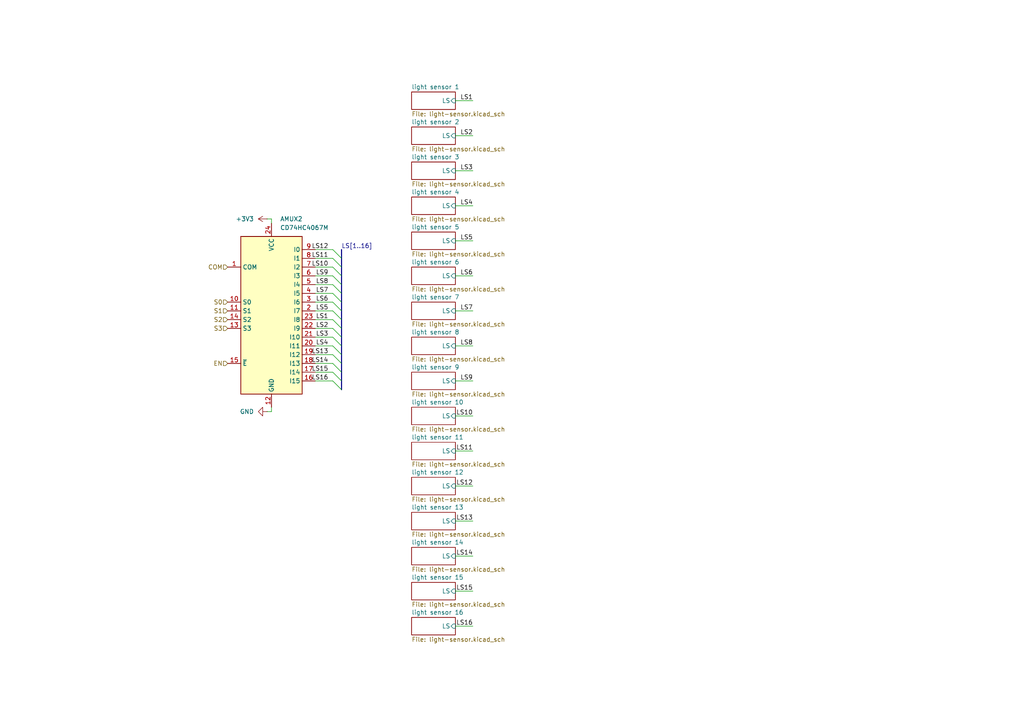
<source format=kicad_sch>
(kicad_sch (version 20231120) (generator "eeschema") (generator_version "8.0")
  (paper "A4")
  (lib_symbols
    (symbol "74xx:CD74HC4067M"
      (property "Reference" "U" (at -8.89 22.86 0))
      (property "Value" "CD74HC4067M" (at 1.27 22.86 0))
      (symbol "CD74HC4067M_0_1"
        (rectangle (start -8.89 21.59) (end 8.89 -24.13) (stroke (width 0.254)) (fill (type background)))
      )
      (symbol "CD74HC4067M_1_1"
        (pin passive line (at -12.7 12.7 0) (length 3.81) (name "COM") (number "1"))
        (pin input line (at -12.7 2.54 0) (length 3.81) (name "S0") (number "10"))
        (pin input line (at -12.7 0 0) (length 3.81) (name "S1") (number "11"))
        (pin power_in line (at 0 -27.94 90) (length 3.81) (name "GND") (number "12"))
        (pin input line (at -12.7 -5.08 0) (length 3.81) (name "S3") (number "13"))
        (pin input line (at -12.7 -2.54 0) (length 3.81) (name "S2") (number "14"))
        (pin input line (at -12.7 -15.24 0) (length 3.81) (name "~{E}") (number "15"))
        (pin passive line (at 12.7 -20.32 180) (length 3.81) (name "I15") (number "16"))
        (pin passive line (at 12.7 -17.78 180) (length 3.81) (name "I14") (number "17"))
        (pin passive line (at 12.7 -15.24 180) (length 3.81) (name "I13") (number "18"))
        (pin passive line (at 12.7 -12.7 180) (length 3.81) (name "I12") (number "19"))
        (pin passive line (at 12.7 0 180) (length 3.81) (name "I7") (number "2"))
        (pin passive line (at 12.7 -10.16 180) (length 3.81) (name "I11") (number "20"))
        (pin passive line (at 12.7 -7.62 180) (length 3.81) (name "I10") (number "21"))
        (pin passive line (at 12.7 -5.08 180) (length 3.81) (name "I9") (number "22"))
        (pin passive line (at 12.7 -2.54 180) (length 3.81) (name "I8") (number "23"))
        (pin power_in line (at 0 25.4 270) (length 3.81) (name "VCC") (number "24"))
        (pin passive line (at 12.7 2.54 180) (length 3.81) (name "I6") (number "3"))
        (pin passive line (at 12.7 5.08 180) (length 3.81) (name "I5") (number "4"))
        (pin passive line (at 12.7 7.62 180) (length 3.81) (name "I4") (number "5"))
        (pin passive line (at 12.7 10.16 180) (length 3.81) (name "I3") (number "6"))
        (pin passive line (at 12.7 12.7 180) (length 3.81) (name "I2") (number "7"))
        (pin passive line (at 12.7 15.24 180) (length 3.81) (name "I1") (number "8"))
        (pin passive line (at 12.7 17.78 180) (length 3.81) (name "I0") (number "9"))
      )
    )
    (symbol "power:+3.3V" (power) (pin_numbers hide) (pin_names (offset 0) hide)
      (property "Value" "+3.3V" (at 0 3.556 0))
      (symbol "+3.3V_0_1"
        (polyline (pts (xy -0.762 1.27) (xy 0 2.54)))
        (polyline (pts (xy 0 0) (xy 0 2.54)))
        (polyline (pts (xy 0 2.54) (xy 0.762 1.27)))
      )
      (symbol "+3.3V_1_1"
        (pin power_in line (at 0 0 90) (length 0) (name "~") (number "1"))
      )
    )
    (symbol "power:GND" (power) (pin_numbers hide) (pin_names (offset 0) hide)
      (property "Value" "GND" (at 0 -3.81 0))
      (symbol "GND_0_1"
        (polyline (pts (xy 0 0) (xy 0 -1.27) (xy 1.27 -1.27) (xy 0 -2.54) (xy -1.27 -1.27) (xy 0 -1.27)))
      )
      (symbol "GND_1_1"
        (pin power_in line (at 0 0 270) (length 0) (name "~") (number "1"))
      )
    )
  )
  (bus_entry (at 96.52 102.87) (size 2.54 2.54))
  (bus_entry (at 96.52 105.41) (size 2.54 2.54))
  (bus_entry (at 96.52 110.49) (size 2.54 2.54))
  (bus_entry (at 96.52 97.79) (size 2.54 2.54))
  (bus_entry (at 96.52 92.71) (size 2.54 2.54))
  (bus_entry (at 96.52 74.93) (size 2.54 2.54))
  (bus_entry (at 96.52 82.55) (size 2.54 2.54))
  (bus_entry (at 96.52 72.39) (size 2.54 2.54))
  (bus_entry (at 96.52 85.09) (size 2.54 2.54))
  (bus_entry (at 96.52 80.01) (size 2.54 2.54))
  (bus_entry (at 96.52 107.95) (size 2.54 2.54))
  (bus_entry (at 96.52 100.33) (size 2.54 2.54))
  (bus_entry (at 96.52 95.25) (size 2.54 2.54))
  (bus_entry (at 96.52 77.47) (size 2.54 2.54))
  (bus_entry (at 96.52 87.63) (size 2.54 2.54))
  (bus_entry (at 96.52 90.17) (size 2.54 2.54))
  (bus (pts (xy 99.06 97.79) (xy 99.06 100.33)))
  (bus (pts (xy 99.06 102.87) (xy 99.06 105.41)))
  (wire (pts (xy 91.44 95.25) (xy 96.52 95.25)))
  (bus (pts (xy 99.06 100.33) (xy 99.06 102.87)))
  (wire (pts (xy 132.08 69.85) (xy 137.16 69.85)))
  (wire (pts (xy 132.08 90.17) (xy 137.16 90.17)))
  (wire (pts (xy 132.08 29.21) (xy 137.16 29.21)))
  (wire (pts (xy 132.08 171.45) (xy 137.16 171.45)))
  (wire (pts (xy 91.44 102.87) (xy 96.52 102.87)))
  (wire (pts (xy 132.08 110.49) (xy 137.16 110.49)))
  (wire (pts (xy 91.44 92.71) (xy 96.52 92.71)))
  (wire (pts (xy 91.44 100.33) (xy 96.52 100.33)))
  (bus (pts (xy 99.06 95.25) (xy 99.06 97.79)))
  (wire (pts (xy 132.08 49.53) (xy 137.16 49.53)))
  (bus (pts (xy 99.06 87.63) (xy 99.06 90.17)))
  (wire (pts (xy 91.44 85.09) (xy 96.52 85.09)))
  (wire (pts (xy 91.44 77.47) (xy 96.52 77.47)))
  (bus (pts (xy 99.06 107.95) (xy 99.06 110.49)))
  (wire (pts (xy 78.74 119.38) (xy 78.74 118.11)))
  (bus (pts (xy 99.06 105.41) (xy 99.06 107.95)))
  (wire (pts (xy 132.08 130.81) (xy 137.16 130.81)))
  (wire (pts (xy 132.08 151.13) (xy 137.16 151.13)))
  (bus (pts (xy 99.06 72.39) (xy 99.06 74.93)))
  (bus (pts (xy 99.06 80.01) (xy 99.06 82.55)))
  (wire (pts (xy 132.08 80.01) (xy 137.16 80.01)))
  (wire (pts (xy 132.08 59.69) (xy 137.16 59.69)))
  (bus (pts (xy 99.06 77.47) (xy 99.06 80.01)))
  (wire (pts (xy 91.44 97.79) (xy 96.52 97.79)))
  (wire (pts (xy 132.08 181.61) (xy 137.16 181.61)))
  (bus (pts (xy 99.06 85.09) (xy 99.06 87.63)))
  (wire (pts (xy 91.44 110.49) (xy 96.52 110.49)))
  (wire (pts (xy 132.08 100.33) (xy 137.16 100.33)))
  (bus (pts (xy 99.06 90.17) (xy 99.06 92.71)))
  (wire (pts (xy 91.44 87.63) (xy 96.52 87.63)))
  (wire (pts (xy 91.44 90.17) (xy 96.52 90.17)))
  (wire (pts (xy 78.74 63.5) (xy 78.74 64.77)))
  (wire (pts (xy 132.08 140.97) (xy 137.16 140.97)))
  (bus (pts (xy 99.06 110.49) (xy 99.06 113.03)))
  (wire (pts (xy 91.44 72.39) (xy 96.52 72.39)))
  (bus (pts (xy 99.06 82.55) (xy 99.06 85.09)))
  (bus (pts (xy 99.06 92.71) (xy 99.06 95.25)))
  (wire (pts (xy 91.44 107.95) (xy 96.52 107.95)))
  (wire (pts (xy 132.08 120.65) (xy 137.16 120.65)))
  (wire (pts (xy 132.08 161.29) (xy 137.16 161.29)))
  (wire (pts (xy 91.44 74.93) (xy 96.52 74.93)))
  (wire (pts (xy 77.47 119.38) (xy 78.74 119.38)))
  (wire (pts (xy 132.08 39.37) (xy 137.16 39.37)))
  (bus (pts (xy 99.06 74.93) (xy 99.06 77.47)))
  (wire (pts (xy 91.44 82.55) (xy 96.52 82.55)))
  (wire (pts (xy 77.47 63.5) (xy 78.74 63.5)))
  (wire (pts (xy 91.44 80.01) (xy 96.52 80.01)))
  (wire (pts (xy 91.44 105.41) (xy 96.52 105.41)))
  (label "LS10" (at 95.25 77.47 180))
  (label "LS4" (at 95.25 100.33 180))
  (label "LS3" (at 137.16 49.53 180))
  (label "LS[1..16]" (at 99.06 72.39 0))
  (label "LS6" (at 137.16 80.01 180))
  (label "LS8" (at 137.16 100.33 180))
  (label "LS12" (at 137.16 140.97 180))
  (label "LS14" (at 137.16 161.29 180))
  (label "LS5" (at 95.25 90.17 180))
  (label "LS13" (at 95.25 102.87 180))
  (label "LS14" (at 95.25 105.41 180))
  (label "LS11" (at 137.16 130.81 180))
  (label "LS10" (at 137.16 120.65 180))
  (label "LS1" (at 137.16 29.21 180))
  (label "LS15" (at 95.25 107.95 180))
  (label "LS12" (at 95.25 72.39 180))
  (label "LS8" (at 95.25 82.55 180))
  (label "LS3" (at 95.2483 97.79 180))
  (label "LS4" (at 137.16 59.69 180))
  (label "LS9" (at 137.16 110.49 180))
  (label "LS7" (at 137.16 90.17 180))
  (label "LS11" (at 95.25 74.93 180))
  (label "LS16" (at 95.25 110.49 180))
  (label "LS7" (at 95.25 85.09 180))
  (label "LS6" (at 95.25 87.63 180))
  (label "LS16" (at 137.16 181.61 180))
  (label "LS2" (at 137.16 39.37 180))
  (label "LS9" (at 95.25 80.01 180))
  (label "LS15" (at 137.16 171.45 180))
  (label "LS13" (at 137.16 151.13 180))
  (label "LS5" (at 137.16 69.85 180))
  (label "LS2" (at 95.25 95.25 180))
  (label "LS1" (at 95.25 92.71 180))
  (hierarchical_label "S3" (shape input) (at 66.04 95.25 180))
  (hierarchical_label "S2" (shape input) (at 66.04 92.71 180))
  (hierarchical_label "COM" (shape input) (at 66.04 77.47 180))
  (hierarchical_label "EN" (shape input) (at 66.04 105.41 180))
  (hierarchical_label "S0" (shape input) (at 66.04 87.63 180))
  (hierarchical_label "S1" (shape input) (at 66.04 90.17 180))
  (symbol (lib_id "power:+3.3V") (at 77.47 63.5 90) (unit 1)
    (property "Reference" "#PWR0145" (effects (hide yes)))
    (property "Value" "+3V3" (at 73.66 63.4999 90) (effects (justify left)))
    (property "Description" "Power symbol creates a global label with name \"+3.3V\"" (effects (hide yes)))
  )
  (symbol (lib_id "74xx:CD74HC4067M") (at 78.74 90.17 0) (unit 1)
    (property "Reference" "AMUX2" (at 81.242 63.5 0) (effects (justify left)))
    (property "Value" "CD74HC4067M" (at 81.242 66.04 0) (effects (justify left)))
    (property "Footprint" "Package_SO:SOIC-24W_7.5x15.4mm_P1.27mm" (effects (hide yes)))
    (property "Datasheet" "http://www.ti.com/lit/ds/symlink/cd74hc4067.pdf" (effects (hide yes)))
    (property "Description" "High-Speed CMOS Logic 16-Channel Analog Multiplexer/Demultiplexer, SOIC-24" (effects (hide yes)))
  )
  (symbol (lib_id "power:GND") (at 77.47 119.38 270) (unit 1)
    (property "Reference" "#PWR0146" (effects (hide yes)))
    (property "Value" "GND" (at 73.66 119.3799 90) (effects (justify right)))
    (property "Description" "Power symbol creates a global label with name \"GND\" , ground" (effects (hide yes)))
  )
  (sheet (at 119.38 26.67) (size 12.7 5.08) (stroke (width 0.1524))
    (property "Sheetname" "light sensor 1" (at 119.38 25.9584 0) (effects (justify left bottom)))
    (property "Sheetfile" "light-sensor.kicad_sch" (at 119.38 32.3346 0) (effects (justify left top)))
    (pin "LS" input (at 132.08 29.21 0))
  )
  (sheet (at 119.38 77.47) (size 12.7 5.08) (stroke (width 0.1524))
    (property "Sheetname" "light sensor 6" (at 119.38 76.7584 0) (effects (justify left bottom)))
    (property "Sheetfile" "light-sensor.kicad_sch" (at 119.38 83.1346 0) (effects (justify left top)))
    (pin "LS" input (at 132.08 80.01 0))
  )
  (sheet (at 119.38 179.07) (size 12.7 5.08) (stroke (width 0.1524))
    (property "Sheetname" "light sensor 16" (at 119.38 178.3584 0) (effects (justify left bottom)))
    (property "Sheetfile" "light-sensor.kicad_sch" (at 119.38 184.7346 0) (effects (justify left top)))
    (pin "LS" input (at 132.08 181.61 0))
  )
  (sheet (at 119.38 118.11) (size 12.7 5.08) (stroke (width 0.1524))
    (property "Sheetname" "light sensor 10" (at 119.38 117.3984 0) (effects (justify left bottom)))
    (property "Sheetfile" "light-sensor.kicad_sch" (at 119.38 123.7746 0) (effects (justify left top)))
    (pin "LS" input (at 132.08 120.65 0))
  )
  (sheet (at 119.38 97.79) (size 12.7 5.08) (stroke (width 0.1524))
    (property "Sheetname" "light sensor 8" (at 119.38 97.0784 0) (effects (justify left bottom)))
    (property "Sheetfile" "light-sensor.kicad_sch" (at 119.38 103.4546 0) (effects (justify left top)))
    (pin "LS" input (at 132.08 100.33 0))
  )
  (sheet (at 119.38 168.91) (size 12.7 5.08) (stroke (width 0.1524))
    (property "Sheetname" "light sensor 15" (at 119.38 168.1984 0) (effects (justify left bottom)))
    (property "Sheetfile" "light-sensor.kicad_sch" (at 119.38 174.5746 0) (effects (justify left top)))
    (pin "LS" input (at 132.08 171.45 0))
  )
  (sheet (at 119.38 148.59) (size 12.7 5.08) (stroke (width 0.1524))
    (property "Sheetname" "light sensor 13" (at 119.38 147.8784 0) (effects (justify left bottom)))
    (property "Sheetfile" "light-sensor.kicad_sch" (at 119.38 154.2546 0) (effects (justify left top)))
    (pin "LS" input (at 132.08 151.13 0))
  )
  (sheet (at 119.38 87.63) (size 12.7 5.08) (stroke (width 0.1524))
    (property "Sheetname" "light sensor 7" (at 119.38 86.9184 0) (effects (justify left bottom)))
    (property "Sheetfile" "light-sensor.kicad_sch" (at 119.38 93.2946 0) (effects (justify left top)))
    (pin "LS" input (at 132.08 90.17 0))
  )
  (sheet (at 119.38 46.99) (size 12.7 5.08) (stroke (width 0.1524))
    (property "Sheetname" "light sensor 3" (at 119.38 46.2784 0) (effects (justify left bottom)))
    (property "Sheetfile" "light-sensor.kicad_sch" (at 119.38 52.6546 0) (effects (justify left top)))
    (pin "LS" input (at 132.08 49.53 0))
  )
  (sheet (at 119.38 67.31) (size 12.7 5.08) (stroke (width 0.1524))
    (property "Sheetname" "light sensor 5" (at 119.38 66.5984 0) (effects (justify left bottom)))
    (property "Sheetfile" "light-sensor.kicad_sch" (at 119.38 72.9746 0) (effects (justify left top)))
    (pin "LS" input (at 132.08 69.85 0))
  )
  (sheet (at 119.38 107.95) (size 12.7 5.08) (stroke (width 0.1524))
    (property "Sheetname" "light sensor 9" (at 119.38 107.2384 0) (effects (justify left bottom)))
    (property "Sheetfile" "light-sensor.kicad_sch" (at 119.38 113.6146 0) (effects (justify left top)))
    (pin "LS" input (at 132.08 110.49 0))
  )
  (sheet (at 119.38 128.27) (size 12.7 5.08) (stroke (width 0.1524))
    (property "Sheetname" "light sensor 11" (at 119.38 127.5584 0) (effects (justify left bottom)))
    (property "Sheetfile" "light-sensor.kicad_sch" (at 119.38 133.9346 0) (effects (justify left top)))
    (pin "LS" input (at 132.08 130.81 0))
  )
  (sheet (at 119.38 57.15) (size 12.7 5.08) (stroke (width 0.1524))
    (property "Sheetname" "light sensor 4" (at 119.38 56.4384 0) (effects (justify left bottom)))
    (property "Sheetfile" "light-sensor.kicad_sch" (at 119.38 62.8146 0) (effects (justify left top)))
    (pin "LS" input (at 132.08 59.69 0))
  )
  (sheet (at 119.38 158.75) (size 12.7 5.08) (stroke (width 0.1524))
    (property "Sheetname" "light sensor 14" (at 119.38 158.0384 0) (effects (justify left bottom)))
    (property "Sheetfile" "light-sensor.kicad_sch" (at 119.38 164.4146 0) (effects (justify left top)))
    (pin "LS" input (at 132.08 161.29 0))
  )
  (sheet (at 119.38 138.43) (size 12.7 5.08) (stroke (width 0.1524))
    (property "Sheetname" "light sensor 12" (at 119.38 137.7184 0) (effects (justify left bottom)))
    (property "Sheetfile" "light-sensor.kicad_sch" (at 119.38 144.0946 0) (effects (justify left top)))
    (pin "LS" input (at 132.08 140.97 0))
  )
  (sheet (at 119.38 36.83) (size 12.7 5.08) (stroke (width 0.1524))
    (property "Sheetname" "light sensor 2" (at 119.38 36.1184 0) (effects (justify left bottom)))
    (property "Sheetfile" "light-sensor.kicad_sch" (at 119.38 42.4946 0) (effects (justify left top)))
    (pin "LS" input (at 132.08 39.37 0))
  )
)
</source>
